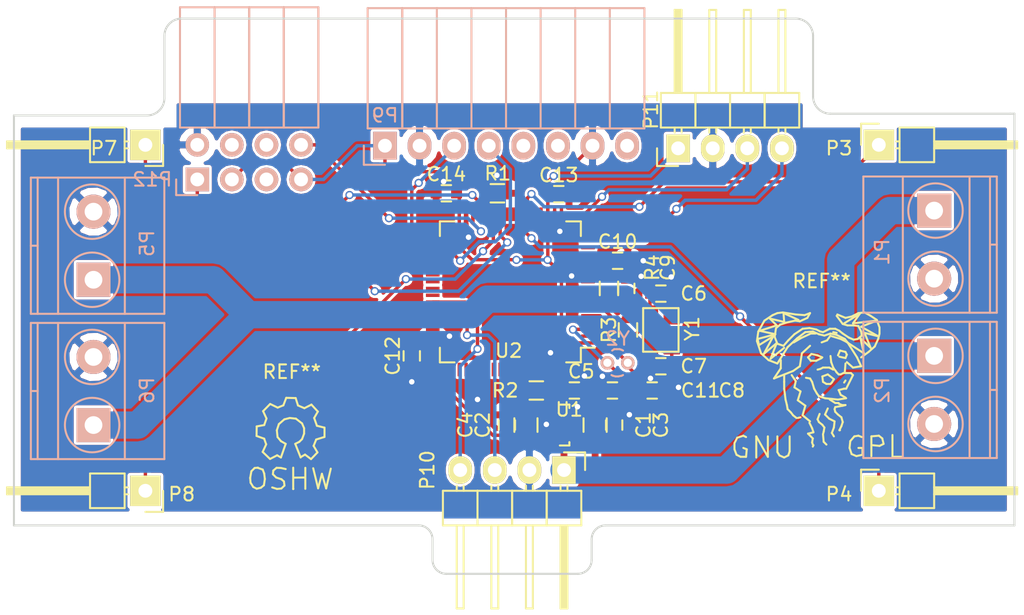
<source format=kicad_pcb>
(kicad_pcb (version 4) (host pcbnew 4.0.2-stable)
  (layers (0 F.Cu signal) (31 B.Cu signal) (34 B.Paste user) (35 F.Paste user) (36 B.SilkS user) (37 F.SilkS user) (38 B.Mask user) (39 F.Mask user) (44 Edge.Cuts user))
  (net 0 "")
  (net 1 +3V3)
  (net 2 3V3)
  (net 3 GND)
  (net 4 OSCOUT)
  (net 5 OSCIN)
  (net 6 OSCOUT32)
  (net 7 RESET)
  (net 8 OSCIN32)
  (net 9 BLDC1)
  (net 10 BLDC2)
  (net 11 BLDC3)
  (net 12 BLDC4)
  (net 13 SCL)
  (net 14 SDA)
  (net 15 "Net-(P9-Pad5)")
  (net 16 "Net-(P9-Pad6)")
  (net 17 "Net-(P9-Pad8)")
  (net 18 RX1)
  (net 19 TX1)
  (net 20 RX2)
  (net 21 TX2)
  (net 22 TX3)
  (net 23 "Net-(P12-Pad4)")
  (net 24 "Net-(P12-Pad5)")
  (net 25 "Net-(P12-Pad6)")
  (net 26 RX3)
  (net 27 BOOT1)
  (net 28 "Net-(R2-Pad1)")
  (net 29 BOOT0)
  (net 30 "Net-(U2-Pad2)")
  (net 31 "Net-(U2-Pad8)")
  (net 32 "Net-(U2-Pad9)")
  (net 33 "Net-(U2-Pad10)")
  (net 34 "Net-(U2-Pad11)")
  (net 35 "Net-(U2-Pad14)")
  (net 36 "Net-(U2-Pad15)")
  (net 37 "Net-(U2-Pad20)")
  (net 38 "Net-(U2-Pad21)")
  (net 39 "Net-(U2-Pad24)")
  (net 40 "Net-(U2-Pad25)")
  (net 41 "Net-(U2-Pad33)")
  (net 42 "Net-(U2-Pad34)")
  (net 43 "Net-(U2-Pad37)")
  (net 44 "Net-(U2-Pad38)")
  (net 45 "Net-(U2-Pad39)")
  (net 46 "Net-(U2-Pad40)")
  (net 47 "Net-(U2-Pad41)")
  (net 48 "Net-(U2-Pad44)")
  (net 49 "Net-(U2-Pad45)")
  (net 50 "Net-(U2-Pad46)")
  (net 51 "Net-(U2-Pad49)")
  (net 52 "Net-(U2-Pad50)")
  (net 53 "Net-(U2-Pad51)")
  (net 54 "Net-(U2-Pad52)")
  (net 55 "Net-(U2-Pad53)")
  (net 56 "Net-(U2-Pad54)")
  (net 57 "Net-(U2-Pad55)")
  (net 58 "Net-(U2-Pad56)")
  (net 59 "Net-(U2-Pad57)")
  (net 60 "Net-(U2-Pad58)")
  (net 61 "Net-(U2-Pad59)")
  (net 62 "Net-(U2-Pad61)")
  (net 63 "Net-(U2-Pad62)")
  (module Capacitors_SMD:C_0805 (layer F.Cu) (at 150.368 96.52 90)
    (fp_text reference C1 (at 0 3.556 90) (layer F.SilkS))
    (fp_text value "")
    (pad 1 smd rect (at -1 0 90) (size 1 1.25) (layers F.Cu F.Paste F.Mask) (net 1 +3V3))
    (pad 2 smd rect (at 1 0 90) (size 1 1.25) (layers F.Cu F.Paste F.Mask) (net 3 GND))
  )
  (module Capacitors_SMD:C_0805 (layer F.Cu) (at 145.288 96.52 90)
    (fp_text reference C2 (at 0 -3.175 90) (layer F.SilkS))
    (fp_text value "")
    (pad 1 smd rect (at -1 0 90) (size 1 1.25) (layers F.Cu F.Paste F.Mask) (net 2 3V3))
    (pad 2 smd rect (at 1 0 90) (size 1 1.25) (layers F.Cu F.Paste F.Mask) (net 3 GND))
  )
  (module Capacitors_SMD:C_0603 (layer F.Cu) (at 151.765 96.52 270)
    (fp_text reference C3 (at 0 -3.429 270) (layer F.SilkS))
    (fp_text value "")
    (pad 1 smd rect (at -0.75 0 270) (size 0.8 0.75) (layers F.Cu F.Paste F.Mask) (net 3 GND))
    (pad 2 smd rect (at 0.75 0 270) (size 0.8 0.75) (layers F.Cu F.Paste F.Mask) (net 1 +3V3))
  )
  (module Capacitors_SMD:C_0603 (layer F.Cu) (at 143.891 96.52 270)
    (fp_text reference C4 (at 0 3.048 270) (layer F.SilkS))
    (fp_text value "")
    (pad 1 smd rect (at -0.75 0 270) (size 0.8 0.75) (layers F.Cu F.Paste F.Mask) (net 3 GND))
    (pad 2 smd rect (at 0.75 0 270) (size 0.8 0.75) (layers F.Cu F.Paste F.Mask) (net 2 3V3))
  )
  (module Capacitors_SMD:C_0603 (layer F.Cu) (at 148.844 93.98)
    (fp_text reference C5 (at 0.508 -1.397) (layer F.SilkS))
    (fp_text value "")
    (pad 1 smd rect (at -0.75 0) (size 0.8 0.75) (layers F.Cu F.Paste F.Mask) (net 2 3V3))
    (pad 2 smd rect (at 0.75 0) (size 0.8 0.75) (layers F.Cu F.Paste F.Mask) (net 3 GND))
  )
  (module Capacitors_SMD:C_0603 (layer F.Cu) (at 155.194 86.868)
    (fp_text reference C6 (at 2.413 0) (layer F.SilkS))
    (fp_text value "")
    (pad 1 smd rect (at -0.75 0) (size 0.8 0.75) (layers F.Cu F.Paste F.Mask) (net 4 OSCOUT))
    (pad 2 smd rect (at 0.75 0) (size 0.8 0.75) (layers F.Cu F.Paste F.Mask) (net 3 GND))
  )
  (module Capacitors_SMD:C_0603 (layer F.Cu) (at 155.194 92.202 180)
    (fp_text reference C7 (at -2.413 0 180) (layer F.SilkS))
    (fp_text value "")
    (pad 1 smd rect (at -0.75 0 180) (size 0.8 0.75) (layers F.Cu F.Paste F.Mask) (net 5 OSCIN))
    (pad 2 smd rect (at 0.75 0 180) (size 0.8 0.75) (layers F.Cu F.Paste F.Mask) (net 3 GND))
  )
  (module Capacitors_SMD:C_0603 (layer F.Cu) (at 154.559 93.98)
    (fp_text reference C8 (at 5.842 0) (layer F.SilkS))
    (fp_text value "")
    (pad 1 smd rect (at -0.75 0) (size 0.8 0.75) (layers F.Cu F.Paste F.Mask) (net 6 OSCOUT32))
    (pad 2 smd rect (at 0.75 0) (size 0.8 0.75) (layers F.Cu F.Paste F.Mask) (net 3 GND))
  )
  (module Capacitors_SMD:C_0603 (layer F.Cu) (at 152.654 86.487 90)
    (fp_text reference C9 (at 1.524 3.048 90) (layer F.SilkS))
    (fp_text value "")
    (pad 1 smd rect (at -0.75 0 90) (size 0.8 0.75) (layers F.Cu F.Paste F.Mask) (net 7 RESET))
    (pad 2 smd rect (at 0.75 0 90) (size 0.8 0.75) (layers F.Cu F.Paste F.Mask) (net 3 GND))
  )
  (module Capacitors_SMD:C_0603 (layer F.Cu) (at 152.019 84.455)
    (fp_text reference C10 (at 0 -1.397) (layer F.SilkS))
    (fp_text value "")
    (pad 1 smd rect (at -0.75 0) (size 0.8 0.75) (layers F.Cu F.Paste F.Mask) (net 2 3V3))
    (pad 2 smd rect (at 0.75 0) (size 0.8 0.75) (layers F.Cu F.Paste F.Mask) (net 3 GND))
  )
  (module Capacitors_SMD:C_0603 (layer F.Cu) (at 151.638 93.98 180)
    (fp_text reference C11 (at -6.477 0 180) (layer F.SilkS))
    (fp_text value "")
    (pad 1 smd rect (at -0.75 0 180) (size 0.8 0.75) (layers F.Cu F.Paste F.Mask) (net 8 OSCIN32))
    (pad 2 smd rect (at 0.75 0 180) (size 0.8 0.75) (layers F.Cu F.Paste F.Mask) (net 3 GND))
  )
  (module Capacitors_SMD:C_0603 (layer F.Cu) (at 136.906 91.44 270)
    (fp_text reference C12 (at 0 1.397 270) (layer F.SilkS))
    (fp_text value "")
    (pad 1 smd rect (at -0.75 0 270) (size 0.8 0.75) (layers F.Cu F.Paste F.Mask) (net 2 3V3))
    (pad 2 smd rect (at 0.75 0 270) (size 0.8 0.75) (layers F.Cu F.Paste F.Mask) (net 3 GND))
  )
  (module Capacitors_SMD:C_0603 (layer F.Cu) (at 147.701 79.5655)
    (fp_text reference C13 (at 0 -1.397) (layer F.SilkS))
    (fp_text value "")
    (pad 1 smd rect (at -0.75 0) (size 0.8 0.75) (layers F.Cu F.Paste F.Mask) (net 2 3V3))
    (pad 2 smd rect (at 0.75 0) (size 0.8 0.75) (layers F.Cu F.Paste F.Mask) (net 3 GND))
  )
  (module Capacitors_SMD:C_0603 (layer F.Cu) (at 139.446 79.502 180)
    (fp_text reference C14 (at 0 1.397 180) (layer F.SilkS))
    (fp_text value "")
    (pad 1 smd rect (at -0.75 0 180) (size 0.8 0.75) (layers F.Cu F.Paste F.Mask) (net 2 3V3))
    (pad 2 smd rect (at 0.75 0 180) (size 0.8 0.75) (layers F.Cu F.Paste F.Mask) (net 3 GND))
  )
  (module Terminal_Blocks:TerminalBlock_Pheonix_MKDS1.5-2pol (layer B.Cu) (at 175.26 80.772 270)
    (fp_text reference P1 (at 3.048 3.81 270) (layer B.SilkS) (effects (justify mirror)))
    (fp_text value "")
    (pad 1 thru_hole rect (at 0 0 270) (size 2.5 2.5) (drill 1.3) (layers *.Cu *.Mask B.SilkS) (net 1 +3V3))
    (pad 2 thru_hole circle (at 5 0 270) (size 2.5 2.5) (drill 1.3) (layers *.Cu *.Mask B.SilkS) (net 3 GND))
  )
  (module Terminal_Blocks:TerminalBlock_Pheonix_MKDS1.5-2pol (layer B.Cu) (at 175.26 91.44 270)
    (fp_text reference P2 (at 2.54 3.81 270) (layer B.SilkS) (effects (justify mirror)))
    (fp_text value "")
    (pad 1 thru_hole rect (at 0 0 270) (size 2.5 2.5) (drill 1.3) (layers *.Cu *.Mask B.SilkS) (net 1 +3V3))
    (pad 2 thru_hole circle (at 5 0 270) (size 2.5 2.5) (drill 1.3) (layers *.Cu *.Mask B.SilkS) (net 3 GND))
  )
  (module Pin_Headers:Pin_Header_Angled_1x01 (layer F.Cu) (at 171.196 75.946)
    (fp_text reference P3 (at -2.921 0.254) (layer F.SilkS))
    (fp_text value "")
    (pad 1 thru_hole rect (at 0 0) (size 2.2352 2.2352) (drill 1.016) (layers *.Cu *.Mask F.SilkS) (net 9 BLDC1))
  )
  (module Pin_Headers:Pin_Header_Angled_1x01 (layer F.Cu) (at 171.196 101.346)
    (fp_text reference P4 (at -2.921 0.254) (layer F.SilkS))
    (fp_text value "")
    (pad 1 thru_hole rect (at 0 0) (size 2.2352 2.2352) (drill 1.016) (layers *.Cu *.Mask F.SilkS) (net 10 BLDC2))
  )
  (module Terminal_Blocks:TerminalBlock_Pheonix_MKDS1.5-2pol (layer B.Cu) (at 113.538 85.852 90)
    (fp_text reference P5 (at 2.667 3.937 90) (layer B.SilkS) (effects (justify mirror)))
    (fp_text value "")
    (pad 1 thru_hole rect (at 0 0 90) (size 2.5 2.5) (drill 1.3) (layers *.Cu *.Mask B.SilkS) (net 1 +3V3))
    (pad 2 thru_hole circle (at 5 0 90) (size 2.5 2.5) (drill 1.3) (layers *.Cu *.Mask B.SilkS) (net 3 GND))
  )
  (module Terminal_Blocks:TerminalBlock_Pheonix_MKDS1.5-2pol (layer B.Cu) (at 113.538 96.52 90)
    (fp_text reference P6 (at 2.54 3.937 90) (layer B.SilkS) (effects (justify mirror)))
    (fp_text value "")
    (pad 1 thru_hole rect (at 0 0 90) (size 2.5 2.5) (drill 1.3) (layers *.Cu *.Mask B.SilkS) (net 1 +3V3))
    (pad 2 thru_hole circle (at 5 0 90) (size 2.5 2.5) (drill 1.3) (layers *.Cu *.Mask B.SilkS) (net 3 GND))
  )
  (module Pin_Headers:Pin_Header_Angled_1x01 (layer F.Cu) (at 117.348 75.946 180)
    (fp_text reference P7 (at 3.048 -0.254 180) (layer F.SilkS))
    (fp_text value "")
    (pad 1 thru_hole rect (at 0 0 180) (size 2.2352 2.2352) (drill 1.016) (layers *.Cu *.Mask F.SilkS) (net 11 BLDC3))
  )
  (module Pin_Headers:Pin_Header_Angled_1x01 (layer F.Cu) (at 117.348 101.346 180)
    (fp_text reference P8 (at -2.667 -0.254 180) (layer F.SilkS))
    (fp_text value "")
    (pad 1 thru_hole rect (at 0 0 180) (size 2.2352 2.2352) (drill 1.016) (layers *.Cu *.Mask F.SilkS) (net 12 BLDC4))
  )
  (module Socket_Strips:Socket_Strip_Angled_1x08 (layer B.Cu) (at 134.9375 76.0095)
    (fp_text reference P9 (at 0 -2.2225) (layer B.SilkS) (effects (justify mirror)))
    (fp_text value "")
    (pad 1 thru_hole rect (at 0 0) (size 1.7272 2.032) (drill 1.016) (layers *.Cu *.Mask B.SilkS) (net 2 3V3))
    (pad 2 thru_hole oval (at 2.54 0) (size 1.7272 2.032) (drill 1.016) (layers *.Cu *.Mask B.SilkS) (net 3 GND))
    (pad 3 thru_hole oval (at 5.08 0) (size 1.7272 2.032) (drill 1.016) (layers *.Cu *.Mask B.SilkS) (net 13 SCL))
    (pad 4 thru_hole oval (at 7.62 0) (size 1.7272 2.032) (drill 1.016) (layers *.Cu *.Mask B.SilkS) (net 14 SDA))
    (pad 5 thru_hole oval (at 10.16 0) (size 1.7272 2.032) (drill 1.016) (layers *.Cu *.Mask B.SilkS) (net 15 "Net-(P9-Pad5)"))
    (pad 6 thru_hole oval (at 12.7 0) (size 1.7272 2.032) (drill 1.016) (layers *.Cu *.Mask B.SilkS) (net 16 "Net-(P9-Pad6)"))
    (pad 7 thru_hole oval (at 15.24 0) (size 1.7272 2.032) (drill 1.016) (layers *.Cu *.Mask B.SilkS) (net 3 GND))
    (pad 8 thru_hole oval (at 17.78 0) (size 1.7272 2.032) (drill 1.016) (layers *.Cu *.Mask B.SilkS) (net 17 "Net-(P9-Pad8)"))
  )
  (module Pin_Headers:Pin_Header_Angled_1x04 (layer F.Cu) (at 148.082 99.822 270)
    (fp_text reference P10 (at 0 10.033 270) (layer F.SilkS))
    (fp_text value ISP)
    (pad 1 thru_hole rect (at 0 0 270) (size 2.032 1.7272) (drill 1.016) (layers *.Cu *.Mask F.SilkS) (net 1 +3V3))
    (pad 2 thru_hole oval (at 0 2.54 270) (size 2.032 1.7272) (drill 1.016) (layers *.Cu *.Mask F.SilkS) (net 3 GND))
    (pad 3 thru_hole oval (at 0 5.08 270) (size 2.032 1.7272) (drill 1.016) (layers *.Cu *.Mask F.SilkS) (net 18 RX1))
    (pad 4 thru_hole oval (at 0 7.62 270) (size 2.032 1.7272) (drill 1.016) (layers *.Cu *.Mask F.SilkS) (net 19 TX1))
  )
  (module Pin_Headers:Pin_Header_Angled_1x04 (layer F.Cu) (at 156.464 76.2 90)
    (fp_text reference P11 (at 2.832 -1.996 90) (layer F.SilkS))
    (fp_text value "")
    (pad 1 thru_hole rect (at 0 0 90) (size 2.032 1.7272) (drill 1.016) (layers *.Cu *.Mask F.SilkS) (net 2 3V3))
    (pad 2 thru_hole oval (at 0 2.54 90) (size 2.032 1.7272) (drill 1.016) (layers *.Cu *.Mask F.SilkS) (net 3 GND))
    (pad 3 thru_hole oval (at 0 5.08 90) (size 2.032 1.7272) (drill 1.016) (layers *.Cu *.Mask F.SilkS) (net 20 RX2))
    (pad 4 thru_hole oval (at 0 7.62 90) (size 2.032 1.7272) (drill 1.016) (layers *.Cu *.Mask F.SilkS) (net 21 TX2))
  )
  (module Socket_Strips:Socket_Strip_Angled_2x04 (layer B.Cu) (at 121.158 78.486)
    (fp_text reference P12 (at -3.302 0) (layer B.SilkS) (effects (justify mirror)))
    (fp_text value "")
    (pad 1 thru_hole rect (at 0 0) (size 1.7272 1.7272) (drill 1.016) (layers *.Cu *.Mask B.SilkS) (net 22 TX3))
    (pad 2 thru_hole oval (at 0 -2.54) (size 1.7272 1.7272) (drill 1.016) (layers *.Cu *.Mask B.SilkS) (net 3 GND))
    (pad 3 thru_hole oval (at 2.54 0) (size 1.7272 1.7272) (drill 1.016) (layers *.Cu *.Mask B.SilkS) (net 2 3V3))
    (pad 4 thru_hole oval (at 2.54 -2.54) (size 1.7272 1.7272) (drill 1.016) (layers *.Cu *.Mask B.SilkS) (net 23 "Net-(P12-Pad4)"))
    (pad 5 thru_hole oval (at 5.08 0) (size 1.7272 1.7272) (drill 1.016) (layers *.Cu *.Mask B.SilkS) (net 24 "Net-(P12-Pad5)"))
    (pad 6 thru_hole oval (at 5.08 -2.54) (size 1.7272 1.7272) (drill 1.016) (layers *.Cu *.Mask B.SilkS) (net 25 "Net-(P12-Pad6)"))
    (pad 7 thru_hole oval (at 7.62 0) (size 1.7272 1.7272) (drill 1.016) (layers *.Cu *.Mask B.SilkS) (net 2 3V3))
    (pad 8 thru_hole oval (at 7.62 -2.54) (size 1.7272 1.7272) (drill 1.016) (layers *.Cu *.Mask B.SilkS) (net 26 RX3))
  )
  (module Resistors_SMD:R_0603 (layer F.Cu) (at 143.1925 79.502 180)
    (fp_text reference R1 (at -0.0254 1.4605 180) (layer F.SilkS))
    (fp_text value "")
    (pad 1 smd rect (at -0.75 0 180) (size 0.5 0.9) (layers F.Cu F.Paste F.Mask) (net 3 GND))
    (pad 2 smd rect (at 0.75 0 180) (size 0.5 0.9) (layers F.Cu F.Paste F.Mask) (net 27 BOOT1))
  )
  (module Resistors_SMD:R_0603 (layer F.Cu) (at 146.05 93.98 180)
    (fp_text reference R2 (at 2.286 0 180) (layer F.SilkS))
    (fp_text value "")
    (pad 1 smd rect (at -0.75 0 180) (size 0.5 0.9) (layers F.Cu F.Paste F.Mask) (net 28 "Net-(R2-Pad1)"))
    (pad 2 smd rect (at 0.75 0 180) (size 0.5 0.9) (layers F.Cu F.Paste F.Mask) (net 29 BOOT0))
  )
  (module Resistors_SMD:R_0603 (layer F.Cu) (at 152.781 89.535 270)
    (fp_text reference R3 (at 0 1.397 270) (layer F.SilkS))
    (fp_text value "")
    (pad 1 smd rect (at -0.75 0 270) (size 0.5 0.9) (layers F.Cu F.Paste F.Mask) (net 4 OSCOUT))
    (pad 2 smd rect (at 0.75 0 270) (size 0.5 0.9) (layers F.Cu F.Paste F.Mask) (net 5 OSCIN))
  )
  (module Resistors_SMD:R_0603 (layer F.Cu) (at 151.384 86.487 270)
    (fp_text reference R4 (at -1.524 -3.175 270) (layer F.SilkS))
    (fp_text value "")
    (pad 1 smd rect (at -0.75 0 270) (size 0.5 0.9) (layers F.Cu F.Paste F.Mask) (net 2 3V3))
    (pad 2 smd rect (at 0.75 0 270) (size 0.5 0.9) (layers F.Cu F.Paste F.Mask) (net 7 RESET))
  )
  (module TO_SOT_Packages_SMD:SOT-23 (layer F.Cu) (at 147.828 96.52 270)
    (fp_text reference U1 (at -1.143 -0.635 360) (layer F.SilkS))
    (fp_text value "")
    (pad 1 smd rect (at -0.95 1.00076 270) (size 0.8001 0.8001) (layers F.Cu F.Paste F.Mask) (net 3 GND))
    (pad 2 smd rect (at 0.95 1.00076 270) (size 0.8001 0.8001) (layers F.Cu F.Paste F.Mask) (net 2 3V3))
    (pad 3 smd rect (at 0 -0.99822 270) (size 0.8001 0.8001) (layers F.Cu F.Paste F.Mask) (net 1 +3V3))
  )
  (module Housings_QFP:LQFP-64_10x10mm_Pitch0.5mm (layer F.Cu) (at 144.145 86.741 180)
    (fp_text reference U2 (at 0.127 -4.318 180) (layer F.SilkS))
    (fp_text value STM32F103RCT6)
    (pad 1 smd rect (at -5.7 -3.75 180) (size 1 0.25) (layers F.Cu F.Paste F.Mask) (net 2 3V3))
    (pad 2 smd rect (at -5.7 -3.25 180) (size 1 0.25) (layers F.Cu F.Paste F.Mask) (net 30 "Net-(U2-Pad2)"))
    (pad 3 smd rect (at -5.7 -2.75 180) (size 1 0.25) (layers F.Cu F.Paste F.Mask) (net 8 OSCIN32))
    (pad 4 smd rect (at -5.7 -2.25 180) (size 1 0.25) (layers F.Cu F.Paste F.Mask) (net 6 OSCOUT32))
    (pad 5 smd rect (at -5.7 -1.75 180) (size 1 0.25) (layers F.Cu F.Paste F.Mask) (net 5 OSCIN))
    (pad 6 smd rect (at -5.7 -1.25 180) (size 1 0.25) (layers F.Cu F.Paste F.Mask) (net 4 OSCOUT))
    (pad 7 smd rect (at -5.7 -0.75 180) (size 1 0.25) (layers F.Cu F.Paste F.Mask) (net 7 RESET))
    (pad 8 smd rect (at -5.7 -0.25 180) (size 1 0.25) (layers F.Cu F.Paste F.Mask) (net 31 "Net-(U2-Pad8)"))
    (pad 9 smd rect (at -5.7 0.25 180) (size 1 0.25) (layers F.Cu F.Paste F.Mask) (net 32 "Net-(U2-Pad9)"))
    (pad 10 smd rect (at -5.7 0.75 180) (size 1 0.25) (layers F.Cu F.Paste F.Mask) (net 33 "Net-(U2-Pad10)"))
    (pad 11 smd rect (at -5.7 1.25 180) (size 1 0.25) (layers F.Cu F.Paste F.Mask) (net 34 "Net-(U2-Pad11)"))
    (pad 12 smd rect (at -5.7 1.75 180) (size 1 0.25) (layers F.Cu F.Paste F.Mask) (net 3 GND))
    (pad 13 smd rect (at -5.7 2.25 180) (size 1 0.25) (layers F.Cu F.Paste F.Mask) (net 2 3V3))
    (pad 14 smd rect (at -5.7 2.75 180) (size 1 0.25) (layers F.Cu F.Paste F.Mask) (net 35 "Net-(U2-Pad14)"))
    (pad 15 smd rect (at -5.7 3.25 180) (size 1 0.25) (layers F.Cu F.Paste F.Mask) (net 36 "Net-(U2-Pad15)"))
    (pad 16 smd rect (at -5.7 3.75 180) (size 1 0.25) (layers F.Cu F.Paste F.Mask) (net 21 TX2))
    (pad 17 smd rect (at -3.75 5.7 270) (size 1 0.25) (layers F.Cu F.Paste F.Mask) (net 20 RX2))
    (pad 18 smd rect (at -3.25 5.7 270) (size 1 0.25) (layers F.Cu F.Paste F.Mask) (net 3 GND))
    (pad 19 smd rect (at -2.75 5.7 270) (size 1 0.25) (layers F.Cu F.Paste F.Mask) (net 2 3V3))
    (pad 20 smd rect (at -2.25 5.7 270) (size 1 0.25) (layers F.Cu F.Paste F.Mask) (net 37 "Net-(U2-Pad20)"))
    (pad 21 smd rect (at -1.75 5.7 270) (size 1 0.25) (layers F.Cu F.Paste F.Mask) (net 38 "Net-(U2-Pad21)"))
    (pad 22 smd rect (at -1.25 5.7 270) (size 1 0.25) (layers F.Cu F.Paste F.Mask) (net 9 BLDC1))
    (pad 23 smd rect (at -0.75 5.7 270) (size 1 0.25) (layers F.Cu F.Paste F.Mask) (net 10 BLDC2))
    (pad 24 smd rect (at -0.25 5.7 270) (size 1 0.25) (layers F.Cu F.Paste F.Mask) (net 39 "Net-(U2-Pad24)"))
    (pad 25 smd rect (at 0.25 5.7 270) (size 1 0.25) (layers F.Cu F.Paste F.Mask) (net 40 "Net-(U2-Pad25)"))
    (pad 26 smd rect (at 0.75 5.7 270) (size 1 0.25) (layers F.Cu F.Paste F.Mask) (net 11 BLDC3))
    (pad 27 smd rect (at 1.25 5.7 270) (size 1 0.25) (layers F.Cu F.Paste F.Mask) (net 12 BLDC4))
    (pad 28 smd rect (at 1.75 5.7 270) (size 1 0.25) (layers F.Cu F.Paste F.Mask) (net 27 BOOT1))
    (pad 29 smd rect (at 2.25 5.7 270) (size 1 0.25) (layers F.Cu F.Paste F.Mask) (net 22 TX3))
    (pad 30 smd rect (at 2.75 5.7 270) (size 1 0.25) (layers F.Cu F.Paste F.Mask) (net 26 RX3))
    (pad 31 smd rect (at 3.25 5.7 270) (size 1 0.25) (layers F.Cu F.Paste F.Mask) (net 3 GND))
    (pad 32 smd rect (at 3.75 5.7 270) (size 1 0.25) (layers F.Cu F.Paste F.Mask) (net 2 3V3))
    (pad 33 smd rect (at 5.7 3.75 180) (size 1 0.25) (layers F.Cu F.Paste F.Mask) (net 41 "Net-(U2-Pad33)"))
    (pad 34 smd rect (at 5.7 3.25 180) (size 1 0.25) (layers F.Cu F.Paste F.Mask) (net 42 "Net-(U2-Pad34)"))
    (pad 35 smd rect (at 5.7 2.75 180) (size 1 0.25) (layers F.Cu F.Paste F.Mask) (net 14 SDA))
    (pad 36 smd rect (at 5.7 2.25 180) (size 1 0.25) (layers F.Cu F.Paste F.Mask) (net 13 SCL))
    (pad 37 smd rect (at 5.7 1.75 180) (size 1 0.25) (layers F.Cu F.Paste F.Mask) (net 43 "Net-(U2-Pad37)"))
    (pad 38 smd rect (at 5.7 1.25 180) (size 1 0.25) (layers F.Cu F.Paste F.Mask) (net 44 "Net-(U2-Pad38)"))
    (pad 39 smd rect (at 5.7 0.75 180) (size 1 0.25) (layers F.Cu F.Paste F.Mask) (net 45 "Net-(U2-Pad39)"))
    (pad 40 smd rect (at 5.7 0.25 180) (size 1 0.25) (layers F.Cu F.Paste F.Mask) (net 46 "Net-(U2-Pad40)"))
    (pad 41 smd rect (at 5.7 -0.25 180) (size 1 0.25) (layers F.Cu F.Paste F.Mask) (net 47 "Net-(U2-Pad41)"))
    (pad 42 smd rect (at 5.7 -0.75 180) (size 1 0.25) (layers F.Cu F.Paste F.Mask) (net 19 TX1))
    (pad 43 smd rect (at 5.7 -1.25 180) (size 1 0.25) (layers F.Cu F.Paste F.Mask) (net 18 RX1))
    (pad 44 smd rect (at 5.7 -1.75 180) (size 1 0.25) (layers F.Cu F.Paste F.Mask) (net 48 "Net-(U2-Pad44)"))
    (pad 45 smd rect (at 5.7 -2.25 180) (size 1 0.25) (layers F.Cu F.Paste F.Mask) (net 49 "Net-(U2-Pad45)"))
    (pad 46 smd rect (at 5.7 -2.75 180) (size 1 0.25) (layers F.Cu F.Paste F.Mask) (net 50 "Net-(U2-Pad46)"))
    (pad 47 smd rect (at 5.7 -3.25 180) (size 1 0.25) (layers F.Cu F.Paste F.Mask) (net 3 GND))
    (pad 48 smd rect (at 5.7 -3.75 180) (size 1 0.25) (layers F.Cu F.Paste F.Mask) (net 2 3V3))
    (pad 49 smd rect (at 3.75 -5.7 270) (size 1 0.25) (layers F.Cu F.Paste F.Mask) (net 51 "Net-(U2-Pad49)"))
    (pad 50 smd rect (at 3.25 -5.7 270) (size 1 0.25) (layers F.Cu F.Paste F.Mask) (net 52 "Net-(U2-Pad50)"))
    (pad 51 smd rect (at 2.75 -5.7 270) (size 1 0.25) (layers F.Cu F.Paste F.Mask) (net 53 "Net-(U2-Pad51)"))
    (pad 52 smd rect (at 2.25 -5.7 270) (size 1 0.25) (layers F.Cu F.Paste F.Mask) (net 54 "Net-(U2-Pad52)"))
    (pad 53 smd rect (at 1.75 -5.7 270) (size 1 0.25) (layers F.Cu F.Paste F.Mask) (net 55 "Net-(U2-Pad53)"))
    (pad 54 smd rect (at 1.25 -5.7 270) (size 1 0.25) (layers F.Cu F.Paste F.Mask) (net 56 "Net-(U2-Pad54)"))
    (pad 55 smd rect (at 0.75 -5.7 270) (size 1 0.25) (layers F.Cu F.Paste F.Mask) (net 57 "Net-(U2-Pad55)"))
    (pad 56 smd rect (at 0.25 -5.7 270) (size 1 0.25) (layers F.Cu F.Paste F.Mask) (net 58 "Net-(U2-Pad56)"))
    (pad 57 smd rect (at -0.25 -5.7 270) (size 1 0.25) (layers F.Cu F.Paste F.Mask) (net 59 "Net-(U2-Pad57)"))
    (pad 58 smd rect (at -0.75 -5.7 270) (size 1 0.25) (layers F.Cu F.Paste F.Mask) (net 60 "Net-(U2-Pad58)"))
    (pad 59 smd rect (at -1.25 -5.7 270) (size 1 0.25) (layers F.Cu F.Paste F.Mask) (net 61 "Net-(U2-Pad59)"))
    (pad 60 smd rect (at -1.75 -5.7 270) (size 1 0.25) (layers F.Cu F.Paste F.Mask) (net 29 BOOT0))
    (pad 61 smd rect (at -2.25 -5.7 270) (size 1 0.25) (layers F.Cu F.Paste F.Mask) (net 62 "Net-(U2-Pad61)"))
    (pad 62 smd rect (at -2.75 -5.7 270) (size 1 0.25) (layers F.Cu F.Paste F.Mask) (net 63 "Net-(U2-Pad62)"))
    (pad 63 smd rect (at -3.25 -5.7 270) (size 1 0.25) (layers F.Cu F.Paste F.Mask) (net 3 GND))
    (pad 64 smd rect (at -3.75 -5.7 270) (size 1 0.25) (layers F.Cu F.Paste F.Mask) (net 2 3V3))
  )
  (module Crystals:crystal_FA238-TSX3225 (layer F.Cu) (at 155.194 89.535 270)
    (fp_text reference Y1 (at -0.1 -2.3 270) (layer F.SilkS))
    (fp_text value "")
    (pad 1 smd rect (at -1.1 0.8 270) (size 1.4 1.2) (layers F.Cu F.Paste F.Mask) (net 4 OSCOUT))
    (pad 3 smd rect (at 1.1 0.8 270) (size 1.4 1.2) (layers F.Cu F.Paste F.Mask))
    (pad 3 smd rect (at -1.1 -0.8 270) (size 1.4 1.2) (layers F.Cu F.Paste F.Mask))
    (pad 2 smd rect (at 1.1 -0.8 270) (size 1.4 1.2) (layers F.Cu F.Paste F.Mask) (net 5 OSCIN))
  )
  (module Crystals:Crystal_Round_Vertical_2mm (layer B.Cu) (at 152.019 91.948 180)
    (fp_text reference Y2 (at 0 1.778 180) (layer B.SilkS) (effects (justify mirror)))
    (fp_text value "")
    (pad 1 thru_hole circle (at -0.7493 0 180) (size 1.00076 1.00076) (drill 0.59944) (layers *.Cu *.Mask B.SilkS) (net 6 OSCOUT32))
    (pad 2 thru_hole circle (at 0.7493 0 180) (size 1.00076 1.00076) (drill 0.59944) (layers *.Cu *.Mask B.SilkS) (net 8 OSCIN32))
  )
  (module Symbols:Symbol_OSHW-Logo_SilkScreen (layer F.Cu) (at 128 97)
    (fp_text reference REF** (at 0.09906 -4.38912) (layer F.SilkS))
    (fp_text value "")
  )
  (module Symbols:Symbol_GNU-Logo_SilkscreenTop (layer F.Cu) (at 167 92)
    (fp_text reference REF** (at 0 -6.05028) (layer F.SilkS))
    (fp_text value "")
  )
  (gr_line (start 181.1528 73.66) (end 180.848 73.66) (angle 90) (layer Edge.Cuts) (width 0.15))
  (gr_line (start 181.1528 103.886) (end 181.1528 73.66) (angle 90) (layer Edge.Cuts) (width 0.15))
  (gr_line (start 180.848 103.886) (end 181.1528 103.886) (angle 90) (layer Edge.Cuts) (width 0.15))
  (gr_line (start 107.696 73.787) (end 107.696 103.886) (angle 90) (layer Edge.Cuts) (width 0.15))
  (gr_line (start 167.64 73.66) (end 180.848 73.66) (angle 90) (layer Edge.Cuts) (width 0.15))
  (gr_line (start 166.37 67.945) (end 166.37 72.39) (angle 90) (layer Edge.Cuts) (width 0.15))
  (gr_arc (start 167.64 72.39) (end 167.64 73.66) (angle 90) (layer Edge.Cuts) (width 0.15))
  (gr_arc (start 165.1 67.945) (end 165.1 66.675) (angle 90) (layer Edge.Cuts) (width 0.15))
  (gr_line (start 118.745 67.945) (end 118.745 72.517) (angle 90) (layer Edge.Cuts) (width 0.15))
  (gr_line (start 117.475 73.787) (end 107.696 73.787) (angle 90) (layer Edge.Cuts) (width 0.15))
  (gr_arc (start 117.475 72.517) (end 118.745 72.517) (angle 90) (layer Edge.Cuts) (width 0.15))
  (gr_arc (start 120.015 67.945) (end 118.745 67.945) (angle 90) (layer Edge.Cuts) (width 0.15))
  (gr_line (start 151.13 103.886) (end 180.848 103.886) (angle 90) (layer Edge.Cuts) (width 0.15))
  (gr_line (start 107.696 103.886) (end 137.414 103.886) (angle 90) (layer Edge.Cuts) (width 0.15))
  (gr_line (start 149.098 107.442) (end 139.446 107.442) (angle 90) (layer Edge.Cuts) (width 0.15))
  (gr_line (start 150.114 104.902) (end 150.114 106.426) (angle 90) (layer Edge.Cuts) (width 0.15))
  (gr_arc (start 151.13 104.902) (end 150.114 104.902) (angle 90) (layer Edge.Cuts) (width 0.15))
  (gr_arc (start 149.098 106.426) (end 150.114 106.426) (angle 90) (layer Edge.Cuts) (width 0.15))
  (gr_line (start 138.43 104.902) (end 138.43 106.426) (angle 90) (layer Edge.Cuts) (width 0.15))
  (gr_arc (start 139.446 106.426) (end 139.446 107.442) (angle 90) (layer Edge.Cuts) (width 0.15))
  (gr_arc (start 137.414 104.902) (end 137.414 103.886) (angle 90) (layer Edge.Cuts) (width 0.15))
  (gr_line (start 165.1 66.675) (end 120.015 66.675) (angle 90) (layer Edge.Cuts) (width 0.15))
  (segment (start 141.295849 88.415999) (end 124.892001 88.415999) (width 2) (layer B.Cu) (net 1))
  (segment (start 142.437448 87.2744) (end 141.295849 88.415999) (width 2) (layer B.Cu) (net 1))
  (segment (start 152.562602 87.2744) (end 142.437448 87.2744) (width 2) (layer B.Cu) (net 1))
  (segment (start 155.535821 90.247619) (end 152.562602 87.2744) (width 2) (layer B.Cu) (net 1))
  (segment (start 167.209619 90.247619) (end 155.535821 90.247619) (width 2) (layer B.Cu) (net 1))
  (segment (start 168.402 91.44) (end 167.209619 90.247619) (width 2) (layer B.Cu) (net 1))
  (segment (start 113.538 85.852) (end 122.328002 85.852) (width 2) (layer B.Cu) (net 1))
  (segment (start 122.328002 85.852) (end 124.892001 88.415999) (width 2) (layer B.Cu) (net 1))
  (segment (start 124.892001 88.415999) (end 116.788 96.52) (width 2) (layer B.Cu) (net 1))
  (segment (start 116.788 96.52) (end 113.538 96.52) (width 2) (layer B.Cu) (net 1))
  (segment (start 175.26 80.772) (end 172.01 80.772) (width 2) (layer B.Cu) (net 1))
  (segment (start 172.01 80.772) (end 168.402 84.38) (width 2) (layer B.Cu) (net 1))
  (segment (start 168.402 84.38) (end 168.402 91.44) (width 2) (layer B.Cu) (net 1))
  (segment (start 160.02 99.822) (end 168.402 91.44) (width 2) (layer B.Cu) (net 1))
  (segment (start 168.402 91.44) (end 175.26 91.44) (width 2) (layer B.Cu) (net 1))
  (segment (start 148.082 99.822) (end 160.02 99.822) (width 2) (layer B.Cu) (net 1))
  (segment (start 174.752 80.772) (end 175.26 80.772) (width 0.5) (layer F.Cu) (net 1))
  (segment (start 151.765 97.27) (end 150.618 97.27) (width 0.5) (layer F.Cu) (net 1))
  (segment (start 150.618 97.27) (end 150.368 97.52) (width 0.5) (layer F.Cu) (net 1))
  (segment (start 150.368 97.52) (end 150.368 99.06) (width 0.5) (layer F.Cu) (net 1))
  (segment (start 149.606 99.822) (end 148.082 99.822) (width 0.5) (layer F.Cu) (net 1))
  (segment (start 150.368 99.06) (end 149.606 99.822) (width 0.5) (layer F.Cu) (net 1))
  (segment (start 148.082 99.822) (end 148.082 98.298) (width 0.5) (layer F.Cu) (net 1))
  (segment (start 148.82622 97.55378) (end 148.82622 96.52) (width 0.5) (layer F.Cu) (net 1))
  (segment (start 148.082 98.298) (end 148.82622 97.55378) (width 0.5) (layer F.Cu) (net 1))
  (segment (start 144.5895 84.3915) (end 144.5768 84.3788) (width 0.25) (layer F.Cu) (net 2))
  (segment (start 141.117604 84.170804) (end 141.106998 84.170804) (width 0.25) (layer F.Cu) (net 2))
  (segment (start 144.5768 84.3788) (end 141.3256 84.3788) (width 0.25) (layer F.Cu) (net 2))
  (segment (start 141.3256 84.3788) (end 141.117604 84.170804) (width 0.25) (layer F.Cu) (net 2))
  (segment (start 141.106998 84.170804) (end 140.395 83.458806) (width 0.25) (layer F.Cu) (net 2))
  (segment (start 140.395 83.458806) (end 140.395 81.791) (width 0.25) (layer F.Cu) (net 2))
  (segment (start 140.395 81.791) (end 140.395 81.041) (width 0.25) (layer F.Cu) (net 2))
  (segment (start 148.2506 90.491) (end 148.2506 90.5094) (width 0.25) (layer F.Cu) (net 2))
  (segment (start 148.2506 90.5094) (end 147.895 90.865) (width 0.25) (layer F.Cu) (net 2))
  (segment (start 147.895 90.1192) (end 147.895 90.1354) (width 0.25) (layer F.Cu) (net 2))
  (segment (start 147.895 90.1354) (end 148.2506 90.491) (width 0.25) (layer F.Cu) (net 2))
  (segment (start 149.845 90.491) (end 148.2506 90.491) (width 0.25) (layer F.Cu) (net 2))
  (segment (start 148.2506 90.491) (end 147.895 90.491) (width 0.25) (layer F.Cu) (net 2))
  (segment (start 147.895 90.491) (end 147.9112 90.4748) (width 0.25) (layer F.Cu) (net 2))
  (segment (start 147.9112 90.4748) (end 147.9296 90.4748) (width 0.25) (layer F.Cu) (net 2))
  (segment (start 147.9296 90.4748) (end 147.895 90.4748) (width 0.25) (layer F.Cu) (net 2))
  (segment (start 146.951 79.5655) (end 146.951 78.601) (width 0.25) (layer F.Cu) (net 2))
  (segment (start 154.432 78.232) (end 156.464 76.2) (width 0.25) (layer B.Cu) (net 2))
  (segment (start 147.32 78.232) (end 154.432 78.232) (width 0.25) (layer B.Cu) (net 2))
  (via (at 147.32 78.232) (size 0.6) (drill 0.4) (layers F.Cu B.Cu) (net 2))
  (segment (start 146.951 78.601) (end 147.32 78.232) (width 0.25) (layer F.Cu) (net 2))
  (segment (start 123.698 78.486) (end 124.968 77.216) (width 0.25) (layer F.Cu) (net 2))
  (segment (start 127.508 77.216) (end 128.778 78.486) (width 0.25) (layer F.Cu) (net 2))
  (segment (start 124.968 77.216) (end 127.508 77.216) (width 0.25) (layer F.Cu) (net 2))
  (segment (start 134.9375 76.0095) (end 132.9055 76.0095) (width 0.25) (layer B.Cu) (net 2))
  (segment (start 130.429 78.486) (end 128.778 78.486) (width 0.25) (layer B.Cu) (net 2))
  (segment (start 132.9055 76.0095) (end 130.429 78.486) (width 0.25) (layer B.Cu) (net 2))
  (segment (start 140.196 79.502) (end 140.196 78.601) (width 0.25) (layer F.Cu) (net 2))
  (segment (start 134.9375 77.4065) (end 134.9375 76.0095) (width 0.25) (layer F.Cu) (net 2))
  (segment (start 135.4455 77.9145) (end 134.9375 77.4065) (width 0.25) (layer F.Cu) (net 2))
  (segment (start 139.5095 77.9145) (end 135.4455 77.9145) (width 0.25) (layer F.Cu) (net 2))
  (segment (start 140.196 78.601) (end 139.5095 77.9145) (width 0.25) (layer F.Cu) (net 2))
  (segment (start 146.895 81.041) (end 146.895 79.6215) (width 0.25) (layer F.Cu) (net 2))
  (segment (start 146.895 79.6215) (end 146.951 79.5655) (width 0.25) (layer F.Cu) (net 2))
  (segment (start 146.895 81.041) (end 146.895 84.372) (width 0.25) (layer F.Cu) (net 2))
  (segment (start 146.895 84.372) (end 146.8755 84.3915) (width 0.25) (layer F.Cu) (net 2))
  (segment (start 147.895 85.4075) (end 147.8915 85.4075) (width 0.25) (layer F.Cu) (net 2))
  (segment (start 147.8915 85.4075) (end 146.8755 84.3915) (width 0.25) (layer F.Cu) (net 2))
  (via (at 146.8755 84.3915) (size 0.6) (drill 0.4) (layers F.Cu B.Cu) (net 2))
  (segment (start 146.8755 84.3915) (end 144.5895 84.3915) (width 0.25) (layer B.Cu) (net 2))
  (via (at 144.5895 84.3915) (size 0.6) (drill 0.4) (layers F.Cu B.Cu) (net 2))
  (segment (start 151.384 85.737) (end 151.384 84.57) (width 0.25) (layer F.Cu) (net 2))
  (segment (start 151.384 84.57) (end 151.269 84.455) (width 0.25) (layer F.Cu) (net 2))
  (segment (start 147.895 92.441) (end 147.895 90.865) (width 0.25) (layer F.Cu) (net 2))
  (segment (start 147.895 90.865) (end 147.895 90.4748) (width 0.25) (layer F.Cu) (net 2))
  (segment (start 147.895 90.4748) (end 147.895 90.1192) (width 0.25) (layer F.Cu) (net 2))
  (segment (start 147.895 90.1192) (end 147.895 85.4075) (width 0.25) (layer F.Cu) (net 2))
  (segment (start 147.895 85.4075) (end 147.895 85.404) (width 0.25) (layer F.Cu) (net 2))
  (segment (start 148.808 84.491) (end 149.845 84.491) (width 0.25) (layer F.Cu) (net 2))
  (segment (start 147.895 85.404) (end 148.808 84.491) (width 0.25) (layer F.Cu) (net 2))
  (segment (start 149.845 84.491) (end 151.233 84.491) (width 0.25) (layer F.Cu) (net 2))
  (segment (start 151.233 84.491) (end 151.269 84.455) (width 0.25) (layer F.Cu) (net 2))
  (segment (start 140.395 81.041) (end 140.395 79.701) (width 0.25) (layer F.Cu) (net 2))
  (segment (start 140.395 79.701) (end 140.196 79.502) (width 0.25) (layer F.Cu) (net 2))
  (segment (start 143.891 97.27) (end 142.863 97.27) (width 0.25) (layer F.Cu) (net 2))
  (segment (start 138.445 92.852) (end 138.445 90.491) (width 0.25) (layer F.Cu) (net 2))
  (segment (start 142.863 97.27) (end 138.445 92.852) (width 0.25) (layer F.Cu) (net 2))
  (segment (start 148.094 93.98) (end 148.094 95.492) (width 0.25) (layer F.Cu) (net 2))
  (segment (start 147.701 96.59624) (end 146.82724 97.47) (width 0.25) (layer F.Cu) (net 2))
  (segment (start 147.701 95.885) (end 147.701 96.59624) (width 0.25) (layer F.Cu) (net 2))
  (segment (start 148.094 95.492) (end 147.701 95.885) (width 0.25) (layer F.Cu) (net 2))
  (segment (start 138.445 90.491) (end 137.105 90.491) (width 0.25) (layer F.Cu) (net 2))
  (segment (start 137.105 90.491) (end 136.906 90.69) (width 0.25) (layer F.Cu) (net 2))
  (segment (start 147.895 92.441) (end 147.895 93.781) (width 0.25) (layer F.Cu) (net 2))
  (segment (start 147.895 93.781) (end 148.094 93.98) (width 0.25) (layer F.Cu) (net 2))
  (segment (start 143.891 97.27) (end 145.038 97.27) (width 0.25) (layer F.Cu) (net 2))
  (segment (start 145.038 97.27) (end 145.288 97.52) (width 0.25) (layer F.Cu) (net 2))
  (segment (start 145.038 97.27) (end 145.288 97.52) (width 0.25) (layer F.Cu) (net 2))
  (segment (start 146.82724 97.47) (end 145.338 97.47) (width 0.25) (layer F.Cu) (net 2))
  (segment (start 145.338 97.47) (end 145.288 97.52) (width 0.25) (layer F.Cu) (net 2))
  (segment (start 143.891 95.77) (end 142.8616 95.77) (width 0.25) (layer F.Cu) (net 3))
  (via (at 141.732 94.6404) (size 0.6) (drill 0.4) (layers F.Cu B.Cu) (net 3))
  (segment (start 142.8616 95.77) (end 141.732 94.6404) (width 0.25) (layer F.Cu) (net 3))
  (segment (start 147.395 81.041) (end 147.395 81.9138) (width 0.25) (layer F.Cu) (net 3))
  (via (at 147.7772 82.296) (size 0.6) (drill 0.4) (layers F.Cu B.Cu) (net 3))
  (segment (start 147.395 81.9138) (end 147.7772 82.296) (width 0.25) (layer F.Cu) (net 3))
  (segment (start 148.451 79.5655) (end 148.451 77.736) (width 0.25) (layer F.Cu) (net 3))
  (segment (start 148.451 77.736) (end 150.1775 76.0095) (width 0.25) (layer F.Cu) (net 3))
  (segment (start 143.9425 79.502) (end 143.9425 78.9693) (width 0.25) (layer F.Cu) (net 3))
  (via (at 143.1544 78.1812) (size 0.6) (drill 0.4) (layers F.Cu B.Cu) (net 3))
  (segment (start 143.9425 78.9693) (end 143.1544 78.1812) (width 0.25) (layer F.Cu) (net 3))
  (segment (start 138.696 79.502) (end 138.696 79.1852) (width 0.25) (layer F.Cu) (net 3))
  (segment (start 138.696 79.1852) (end 139.2428 78.6384) (width 0.25) (layer F.Cu) (net 3))
  (via (at 139.2428 78.6384) (size 0.6) (drill 0.4) (layers F.Cu B.Cu) (net 3))
  (segment (start 140.895 81.041) (end 140.895 82.5512) (width 0.25) (layer F.Cu) (net 3))
  (via (at 141.0716 82.7278) (size 0.6) (drill 0.4) (layers F.Cu B.Cu) (net 3))
  (segment (start 140.895 82.5512) (end 141.0716 82.7278) (width 0.25) (layer F.Cu) (net 3))
  (segment (start 152.769 84.455) (end 152.769 85.622) (width 0.25) (layer F.Cu) (net 3))
  (segment (start 152.769 85.622) (end 152.654 85.737) (width 0.25) (layer F.Cu) (net 3))
  (segment (start 149.594 93.98) (end 150.888 93.98) (width 0.25) (layer F.Cu) (net 3))
  (segment (start 150.368 95.52) (end 151.515 95.52) (width 0.25) (layer F.Cu) (net 3))
  (segment (start 151.515 95.52) (end 151.765 95.77) (width 0.25) (layer F.Cu) (net 3))
  (segment (start 145.288 95.52) (end 146.77724 95.52) (width 0.25) (layer F.Cu) (net 3))
  (segment (start 146.77724 95.52) (end 146.82724 95.57) (width 0.25) (layer F.Cu) (net 3))
  (segment (start 143.891 95.77) (end 145.038 95.77) (width 0.25) (layer F.Cu) (net 3))
  (segment (start 145.038 95.77) (end 145.288 95.52) (width 0.25) (layer F.Cu) (net 3))
  (segment (start 146.82724 95.57) (end 146.82724 96.42856) (width 0.25) (layer F.Cu) (net 3))
  (via (at 146.7866 96.4692) (size 0.6) (drill 0.4) (layers F.Cu B.Cu) (net 3))
  (segment (start 146.82724 96.42856) (end 146.7866 96.4692) (width 0.25) (layer F.Cu) (net 3))
  (segment (start 151.765 95.77) (end 152.8706 95.77) (width 0.25) (layer F.Cu) (net 3))
  (via (at 152.8826 95.758) (size 0.6) (drill 0.4) (layers F.Cu B.Cu) (net 3))
  (segment (start 152.8706 95.77) (end 152.8826 95.758) (width 0.25) (layer F.Cu) (net 3))
  (segment (start 150.368 95.52) (end 149.4188 95.52) (width 0.25) (layer F.Cu) (net 3))
  (via (at 149.0726 95.1738) (size 0.6) (drill 0.4) (layers F.Cu B.Cu) (net 3))
  (segment (start 149.4188 95.52) (end 149.0726 95.1738) (width 0.25) (layer F.Cu) (net 3))
  (segment (start 150.888 93.98) (end 150.888 92.952) (width 0.25) (layer F.Cu) (net 3))
  (segment (start 150.888 92.952) (end 150.9014 92.9386) (width 0.25) (layer F.Cu) (net 3))
  (via (at 150.9014 92.9386) (size 0.6) (drill 0.4) (layers F.Cu B.Cu) (net 3))
  (segment (start 149.594 93.98) (end 149.594 92.9266) (width 0.25) (layer F.Cu) (net 3))
  (via (at 149.5806 92.9132) (size 0.6) (drill 0.4) (layers F.Cu B.Cu) (net 3))
  (segment (start 149.594 92.9266) (end 149.5806 92.9132) (width 0.25) (layer F.Cu) (net 3))
  (segment (start 155.309 93.98) (end 156.2608 93.98) (width 0.25) (layer F.Cu) (net 3))
  (via (at 156.4894 93.7514) (size 0.6) (drill 0.4) (layers F.Cu B.Cu) (net 3))
  (segment (start 156.2608 93.98) (end 156.4894 93.7514) (width 0.25) (layer F.Cu) (net 3))
  (segment (start 154.444 92.202) (end 154.444 93.079) (width 0.25) (layer F.Cu) (net 3))
  (via (at 154.432 93.091) (size 0.6) (drill 0.4) (layers F.Cu B.Cu) (net 3))
  (segment (start 154.444 93.079) (end 154.432 93.091) (width 0.25) (layer F.Cu) (net 3))
  (segment (start 155.944 86.868) (end 155.944 85.6608) (width 0.25) (layer F.Cu) (net 3))
  (via (at 155.956 85.6488) (size 0.6) (drill 0.4) (layers F.Cu B.Cu) (net 3))
  (segment (start 155.944 85.6608) (end 155.956 85.6488) (width 0.25) (layer F.Cu) (net 3))
  (segment (start 152.654 85.737) (end 153.6072 85.737) (width 0.25) (layer F.Cu) (net 3))
  (via (at 153.7462 85.598) (size 0.6) (drill 0.4) (layers F.Cu B.Cu) (net 3))
  (segment (start 153.6072 85.737) (end 153.7462 85.598) (width 0.25) (layer F.Cu) (net 3))
  (segment (start 152.769 84.455) (end 153.8986 84.455) (width 0.25) (layer F.Cu) (net 3))
  (via (at 153.8986 84.455) (size 0.6) (drill 0.4) (layers F.Cu B.Cu) (net 3))
  (segment (start 149.845 84.991) (end 149.2224 84.991) (width 0.25) (layer F.Cu) (net 3))
  (via (at 148.6408 85.5726) (size 0.6) (drill 0.4) (layers F.Cu B.Cu) (net 3))
  (segment (start 149.2224 84.991) (end 148.6408 85.5726) (width 0.25) (layer F.Cu) (net 3))
  (segment (start 147.395 92.441) (end 147.395 91.515) (width 0.25) (layer F.Cu) (net 3))
  (via (at 147.0914 91.2114) (size 0.6) (drill 0.4) (layers F.Cu B.Cu) (net 3))
  (segment (start 147.395 91.515) (end 147.0914 91.2114) (width 0.25) (layer F.Cu) (net 3))
  (segment (start 138.445 89.991) (end 139.6734 89.991) (width 0.25) (layer F.Cu) (net 3))
  (via (at 139.6746 89.9922) (size 0.6) (drill 0.4) (layers F.Cu B.Cu) (net 3))
  (segment (start 139.6734 89.991) (end 139.6746 89.9922) (width 0.25) (layer F.Cu) (net 3))
  (segment (start 136.906 92.19) (end 136.906 93.345) (width 0.25) (layer F.Cu) (net 3))
  (via (at 136.906 93.345) (size 0.6) (drill 0.4) (layers F.Cu B.Cu) (net 3))
  (segment (start 149.845 87.991) (end 150.983 87.991) (width 0.25) (layer F.Cu) (net 4))
  (segment (start 151.777 88.785) (end 152.781 88.785) (width 0.25) (layer F.Cu) (net 4))
  (segment (start 150.983 87.991) (end 151.777 88.785) (width 0.25) (layer F.Cu) (net 4))
  (segment (start 154.394 88.435) (end 154.394 86.918) (width 0.25) (layer F.Cu) (net 4))
  (segment (start 154.394 86.918) (end 154.444 86.868) (width 0.25) (layer F.Cu) (net 4))
  (segment (start 152.781 88.785) (end 154.044 88.785) (width 0.25) (layer F.Cu) (net 4))
  (segment (start 154.044 88.785) (end 154.394 88.435) (width 0.25) (layer F.Cu) (net 4))
  (segment (start 152.781 90.285) (end 152.515 90.285) (width 0.25) (layer F.Cu) (net 5))
  (segment (start 152.515 90.285) (end 150.721 88.491) (width 0.25) (layer F.Cu) (net 5))
  (segment (start 150.721 88.491) (end 149.845 88.491) (width 0.25) (layer F.Cu) (net 5))
  (segment (start 155.994 90.635) (end 155.994 92.152) (width 0.25) (layer F.Cu) (net 5))
  (segment (start 155.994 92.152) (end 155.944 92.202) (width 0.25) (layer F.Cu) (net 5))
  (segment (start 152.781 90.285) (end 152.92 90.285) (width 0.25) (layer F.Cu) (net 5))
  (segment (start 152.92 90.285) (end 153.67 89.535) (width 0.25) (layer F.Cu) (net 5))
  (segment (start 155.994 89.827) (end 155.994 90.635) (width 0.25) (layer F.Cu) (net 5))
  (segment (start 155.702 89.535) (end 155.994 89.827) (width 0.25) (layer F.Cu) (net 5))
  (segment (start 153.67 89.535) (end 155.702 89.535) (width 0.25) (layer F.Cu) (net 5))
  (segment (start 152.7683 91.948) (end 152.7683 92.2147) (width 0.25) (layer F.Cu) (net 6))
  (segment (start 152.7683 92.2147) (end 153.809 93.2554) (width 0.25) (layer F.Cu) (net 6))
  (segment (start 153.809 93.2554) (end 153.809 93.98) (width 0.25) (layer F.Cu) (net 6))
  (segment (start 149.845 88.991) (end 150.5098 88.991) (width 0.25) (layer F.Cu) (net 6))
  (segment (start 151.0792 90.2589) (end 152.7683 91.948) (width 0.25) (layer F.Cu) (net 6))
  (segment (start 151.0792 89.5604) (end 151.0792 90.2589) (width 0.25) (layer F.Cu) (net 6))
  (segment (start 150.5098 88.991) (end 151.0792 89.5604) (width 0.25) (layer F.Cu) (net 6))
  (segment (start 151.384 87.237) (end 152.654 87.237) (width 0.25) (layer F.Cu) (net 7))
  (segment (start 149.845 87.491) (end 151.13 87.491) (width 0.25) (layer F.Cu) (net 7))
  (segment (start 151.13 87.491) (end 151.384 87.237) (width 0.25) (layer F.Cu) (net 7))
  (segment (start 152.388 93.98) (end 152.388 93.0663) (width 0.25) (layer F.Cu) (net 8))
  (segment (start 152.388 93.0663) (end 151.2697 91.948) (width 0.25) (layer F.Cu) (net 8))
  (segment (start 149.845 89.491) (end 148.761 89.491) (width 0.25) (layer F.Cu) (net 8))
  (segment (start 148.7424 89.5096) (end 151.1808 91.948) (width 0.25) (layer B.Cu) (net 8))
  (via (at 148.7424 89.5096) (size 0.6) (drill 0.4) (layers F.Cu B.Cu) (net 8))
  (segment (start 148.761 89.491) (end 148.7424 89.5096) (width 0.25) (layer F.Cu) (net 8))
  (segment (start 151.1808 91.948) (end 151.2697 91.948) (width 0.25) (layer B.Cu) (net 8))
  (segment (start 145.395 81.041) (end 145.395 79.8522) (width 0.25) (layer F.Cu) (net 9))
  (segment (start 168.4782 78.6638) (end 171.196 75.946) (width 0.25) (layer F.Cu) (net 9))
  (segment (start 155.448 78.6638) (end 168.4782 78.6638) (width 0.25) (layer F.Cu) (net 9))
  (segment (start 153.6192 80.4926) (end 155.448 78.6638) (width 0.25) (layer F.Cu) (net 9))
  (via (at 153.6192 80.4926) (size 0.6) (drill 0.4) (layers F.Cu B.Cu) (net 9))
  (segment (start 146.6342 80.4926) (end 153.6192 80.4926) (width 0.25) (layer B.Cu) (net 9))
  (segment (start 145.6944 79.5528) (end 146.6342 80.4926) (width 0.25) (layer B.Cu) (net 9))
  (via (at 145.6944 79.5528) (size 0.6) (drill 0.4) (layers F.Cu B.Cu) (net 9))
  (segment (start 145.395 79.8522) (end 145.6944 79.5528) (width 0.25) (layer F.Cu) (net 9))
  (segment (start 171.196 98.7298) (end 171.196 101.346) (width 0.25) (layer F.Cu) (net 10))
  (segment (start 161.0106 88.5444) (end 171.196 98.7298) (width 0.25) (layer F.Cu) (net 10))
  (via (at 161.0106 88.5444) (size 0.6) (drill 0.4) (layers F.Cu B.Cu) (net 10))
  (segment (start 155.9052 83.439) (end 161.0106 88.5444) (width 0.25) (layer B.Cu) (net 10))
  (segment (start 146.3294 83.439) (end 155.9052 83.439) (width 0.25) (layer B.Cu) (net 10))
  (segment (start 145.6944 82.804) (end 146.3294 83.439) (width 0.25) (layer B.Cu) (net 10))
  (via (at 145.6944 82.804) (size 0.6) (drill 0.4) (layers F.Cu B.Cu) (net 10))
  (segment (start 144.895 82.0046) (end 145.6944 82.804) (width 0.25) (layer F.Cu) (net 10))
  (segment (start 144.895 81.041) (end 144.895 82.0046) (width 0.25) (layer F.Cu) (net 10))
  (segment (start 140.335 86.6902) (end 143.616401 83.408799) (width 0.25) (layer B.Cu) (net 11))
  (segment (start 143.616401 83.408799) (end 143.9164 83.1088) (width 0.25) (layer B.Cu) (net 11))
  (segment (start 134.1882 86.6902) (end 140.335 86.6902) (width 0.25) (layer B.Cu) (net 11))
  (segment (start 143.395 81.041) (end 143.395 82.5874) (width 0.25) (layer F.Cu) (net 11))
  (segment (start 143.616401 82.808801) (end 143.9164 83.1088) (width 0.25) (layer F.Cu) (net 11))
  (segment (start 143.395 82.5874) (end 143.616401 82.808801) (width 0.25) (layer F.Cu) (net 11))
  (via (at 143.9164 83.1088) (size 0.6) (drill 0.4) (layers F.Cu B.Cu) (net 11))
  (segment (start 117.348 77.9018) (end 117.348 75.946) (width 0.25) (layer F.Cu) (net 11))
  (segment (start 120.2944 80.8482) (end 117.348 77.9018) (width 0.25) (layer F.Cu) (net 11))
  (segment (start 128.3462 80.8482) (end 120.2944 80.8482) (width 0.25) (layer F.Cu) (net 11))
  (segment (start 134.1882 86.6902) (end 128.3462 80.8482) (width 0.25) (layer F.Cu) (net 11))
  (via (at 134.1882 86.6902) (size 0.6) (drill 0.4) (layers F.Cu B.Cu) (net 11))
  (segment (start 140.090992 85.8012) (end 141.838403 84.053789) (width 0.25) (layer B.Cu) (net 12))
  (segment (start 142.438401 83.453791) (end 142.138402 83.75379) (width 0.25) (layer F.Cu) (net 12))
  (segment (start 142.895 82.997192) (end 142.438401 83.453791) (width 0.25) (layer F.Cu) (net 12))
  (segment (start 142.895 81.041) (end 142.895 82.997192) (width 0.25) (layer F.Cu) (net 12))
  (segment (start 141.838403 84.053789) (end 142.138402 83.75379) (width 0.25) (layer B.Cu) (net 12))
  (segment (start 136.4742 85.8012) (end 140.090992 85.8012) (width 0.25) (layer B.Cu) (net 12))
  (via (at 142.138402 83.75379) (size 0.6) (drill 0.4) (layers F.Cu B.Cu) (net 12))
  (segment (start 117.348 99.2632) (end 117.348 101.346) (width 0.25) (layer F.Cu) (net 12))
  (segment (start 126.1364 90.4748) (end 117.348 99.2632) (width 0.25) (layer F.Cu) (net 12))
  (segment (start 131.8006 90.4748) (end 126.1364 90.4748) (width 0.25) (layer F.Cu) (net 12))
  (segment (start 136.4742 85.8012) (end 131.8006 90.4748) (width 0.25) (layer F.Cu) (net 12))
  (via (at 136.4742 85.8012) (size 0.6) (drill 0.4) (layers F.Cu B.Cu) (net 12))
  (segment (start 138.445 84.491) (end 137.5135 84.491) (width 0.25) (layer F.Cu) (net 13))
  (segment (start 137.414 78.74) (end 140.0175 76.1365) (width 0.25) (layer B.Cu) (net 13))
  (via (at 137.414 78.74) (size 0.6) (drill 0.4) (layers F.Cu B.Cu) (net 13))
  (segment (start 136.906 79.248) (end 137.414 78.74) (width 0.25) (layer F.Cu) (net 13))
  (segment (start 136.906 83.8835) (end 136.906 79.248) (width 0.25) (layer F.Cu) (net 13))
  (segment (start 137.5135 84.491) (end 136.906 83.8835) (width 0.25) (layer F.Cu) (net 13))
  (segment (start 140.0175 76.1365) (end 140.0175 76.0095) (width 0.25) (layer B.Cu) (net 13))
  (segment (start 144.145 77.7494) (end 142.5575 76.1619) (width 0.25) (layer B.Cu) (net 14))
  (segment (start 144.145 81.955198) (end 144.145 77.7494) (width 0.25) (layer B.Cu) (net 14))
  (segment (start 142.5575 76.1619) (end 142.5575 76.0095) (width 0.25) (layer B.Cu) (net 14))
  (segment (start 143.042198 83.058) (end 144.145 81.955198) (width 0.25) (layer B.Cu) (net 14))
  (segment (start 141.859 83.058) (end 143.042198 83.058) (width 0.25) (layer B.Cu) (net 14))
  (segment (start 140.462 84.455) (end 141.859 83.058) (width 0.25) (layer B.Cu) (net 14))
  (segment (start 138.445 83.991) (end 139.998 83.991) (width 0.25) (layer F.Cu) (net 14))
  (via (at 140.462 84.455) (size 0.6) (drill 0.4) (layers F.Cu B.Cu) (net 14))
  (segment (start 139.998 83.991) (end 140.462 84.455) (width 0.25) (layer F.Cu) (net 14))
  (segment (start 138.445 87.991) (end 140.569 87.991) (width 0.25) (layer F.Cu) (net 18))
  (segment (start 143.002 90.424) (end 143.002 99.822) (width 0.25) (layer B.Cu) (net 18))
  (segment (start 142.494 89.916) (end 143.002 90.424) (width 0.25) (layer B.Cu) (net 18))
  (segment (start 140.97 89.916) (end 142.494 89.916) (width 0.25) (layer B.Cu) (net 18))
  (via (at 140.97 89.916) (size 0.6) (drill 0.4) (layers F.Cu B.Cu) (net 18))
  (segment (start 140.97 88.392) (end 140.97 89.916) (width 0.25) (layer F.Cu) (net 18))
  (segment (start 140.569 87.991) (end 140.97 88.392) (width 0.25) (layer F.Cu) (net 18))
  (segment (start 138.445 87.491) (end 140.831 87.491) (width 0.25) (layer F.Cu) (net 19))
  (segment (start 140.462 92.202) (end 140.462 99.822) (width 0.25) (layer B.Cu) (net 19))
  (segment (start 141.732 90.932) (end 140.462 92.202) (width 0.25) (layer B.Cu) (net 19))
  (via (at 141.732 90.932) (size 0.6) (drill 0.4) (layers F.Cu B.Cu) (net 19))
  (segment (start 141.732 88.392) (end 141.732 90.932) (width 0.25) (layer F.Cu) (net 19))
  (segment (start 140.831 87.491) (end 141.732 88.392) (width 0.25) (layer F.Cu) (net 19))
  (segment (start 161.544 77.724) (end 161.544 76.2) (width 0.25) (layer B.Cu) (net 20))
  (segment (start 160.02 79.248) (end 161.544 77.724) (width 0.25) (layer B.Cu) (net 20))
  (segment (start 151.384 79.248) (end 160.02 79.248) (width 0.25) (layer B.Cu) (net 20))
  (segment (start 150.876 79.756) (end 151.384 79.248) (width 0.25) (layer B.Cu) (net 20))
  (via (at 150.876 79.756) (size 0.6) (drill 0.4) (layers F.Cu B.Cu) (net 20))
  (segment (start 149.591 81.041) (end 150.876 79.756) (width 0.25) (layer F.Cu) (net 20))
  (segment (start 147.895 81.041) (end 149.591 81.041) (width 0.25) (layer F.Cu) (net 20))
  (segment (start 149.845 82.991) (end 153.991 82.991) (width 0.25) (layer F.Cu) (net 21))
  (segment (start 164.084 78.105) (end 164.084 76.2) (width 0.25) (layer B.Cu) (net 21))
  (segment (start 162.179 80.01) (end 164.084 78.105) (width 0.25) (layer B.Cu) (net 21))
  (segment (start 156.972 80.01) (end 162.179 80.01) (width 0.25) (layer B.Cu) (net 21))
  (segment (start 156.337 80.645) (end 156.972 80.01) (width 0.25) (layer B.Cu) (net 21))
  (via (at 156.337 80.645) (size 0.6) (drill 0.4) (layers F.Cu B.Cu) (net 21))
  (segment (start 153.991 82.991) (end 156.337 80.645) (width 0.25) (layer F.Cu) (net 21))
  (segment (start 141.895 81.041) (end 141.895 80.173) (width 0.25) (layer F.Cu) (net 22))
  (segment (start 121.158 79.629) (end 121.158 78.486) (width 0.25) (layer F.Cu) (net 22))
  (segment (start 121.666 80.137) (end 121.158 79.629) (width 0.25) (layer F.Cu) (net 22))
  (segment (start 131.826 80.137) (end 121.666 80.137) (width 0.25) (layer F.Cu) (net 22))
  (segment (start 132.334 79.629) (end 131.826 80.137) (width 0.25) (layer F.Cu) (net 22))
  (via (at 132.334 79.629) (size 0.6) (drill 0.4) (layers F.Cu B.Cu) (net 22))
  (segment (start 141.351 79.629) (end 132.334 79.629) (width 0.25) (layer B.Cu) (net 22))
  (via (at 141.351 79.629) (size 0.6) (drill 0.4) (layers F.Cu B.Cu) (net 22))
  (segment (start 141.895 80.173) (end 141.351 79.629) (width 0.25) (layer F.Cu) (net 22))
  (segment (start 141.395 81.041) (end 141.395 81.705) (width 0.25) (layer F.Cu) (net 26))
  (segment (start 129.8448 75.946) (end 128.778 75.946) (width 0.25) (layer F.Cu) (net 26))
  (segment (start 135.2296 81.3308) (end 129.8448 75.946) (width 0.25) (layer F.Cu) (net 26))
  (via (at 135.2296 81.3308) (size 0.6) (drill 0.4) (layers F.Cu B.Cu) (net 26))
  (segment (start 141.0208 81.3308) (end 135.2296 81.3308) (width 0.25) (layer B.Cu) (net 26))
  (segment (start 141.986 82.296) (end 141.0208 81.3308) (width 0.25) (layer B.Cu) (net 26))
  (via (at 141.986 82.296) (size 0.6) (drill 0.4) (layers F.Cu B.Cu) (net 26))
  (segment (start 141.395 81.705) (end 141.986 82.296) (width 0.25) (layer F.Cu) (net 26))
  (segment (start 142.395 81.041) (end 142.395 79.5495) (width 0.25) (layer F.Cu) (net 27))
  (segment (start 142.395 79.5495) (end 142.4425 79.502) (width 0.25) (layer F.Cu) (net 27))
  (segment (start 145.3 93.98) (end 145.542 93.98) (width 0.25) (layer F.Cu) (net 29))
  (segment (start 145.542 93.98) (end 145.895 93.627) (width 0.25) (layer F.Cu) (net 29))
  (segment (start 145.895 93.627) (end 145.895 92.441) (width 0.25) (layer F.Cu) (net 29))
  (zone (net 3) (net_name GND) (layer B.Cu) (connect_pads (clearance 0.2)) (min_thickness 0.254) (fill yes (arc_segments 16) (thermal_gap 0.508) (thermal_bridge_width 0.508))
    (polygon (pts (xy 108.204 74.676) (xy 108.204 102.87) (xy 139.192 102.87) (xy 139.192 103.378) (xy 149.352 103.378) (xy 149.352 102.87) (xy 180.594 102.87) (xy 180.594 74.676) (xy 165.608 74.676) (xy 165.608 72.898) (xy 133.858 72.898) (xy 119.634 72.898) (xy 119.634 74.676)))
  )
  (zone (net 3) (net_name GND) (layer F.Cu) (connect_pads (clearance 0.2)) (min_thickness 0.254) (fill yes (arc_segments 16) (thermal_gap 0.508) (thermal_bridge_width 0.508))
    (polygon (pts (xy 165.608 74.676) (xy 180.594 74.676) (xy 180.594 102.87) (xy 149.352 102.87) (xy 149.352 103.378) (xy 139.192 103.378) (xy 139.192 102.87) (xy 108.204 102.87) (xy 108.204 74.676) (xy 119.634 74.676) (xy 119.634 72.898) (xy 165.608 72.898) (xy 165.608 74.676)))
  )
)
</source>
